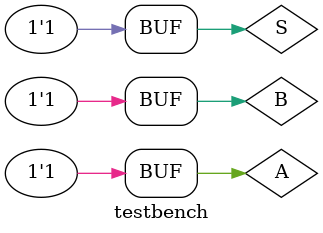
<source format=v>
`timescale 1ns / 1ps


module testbench;

    reg A, B, S; //inputs for 2 to 1 bit multiplexer
    wire Z; // output for 2 to 1 bit multiplexer
    
    gate_level uut(
        .A(A),
        .B(B),
        .S(S),
        .Z(Z));// instansciation of design as 2001 style
        
    initial begin// simulation starts form there
        A=0;
        B=0;
        S=0; // first case
            #100// delay for 100 units of 1ns
        A=0;
        B=0;
        S=1; //2nd case
            #100
        A=0;
        B=1;
        S=0; //3rd case
            #100
        A=0;
        B=1;
        S=1; //4th case
            #100
        A=1;
        B=0;
        S=0; //5th case
            #100
        A=1;
        B=0;
        S=1; //6th case
            #100
        A=1;
        B=1;
        S=0; //7th case
            #100
        A=1;
        B=1;
        S=1;// 8th case
            #100;
            
    end //end of the simulation

endmodule

</source>
